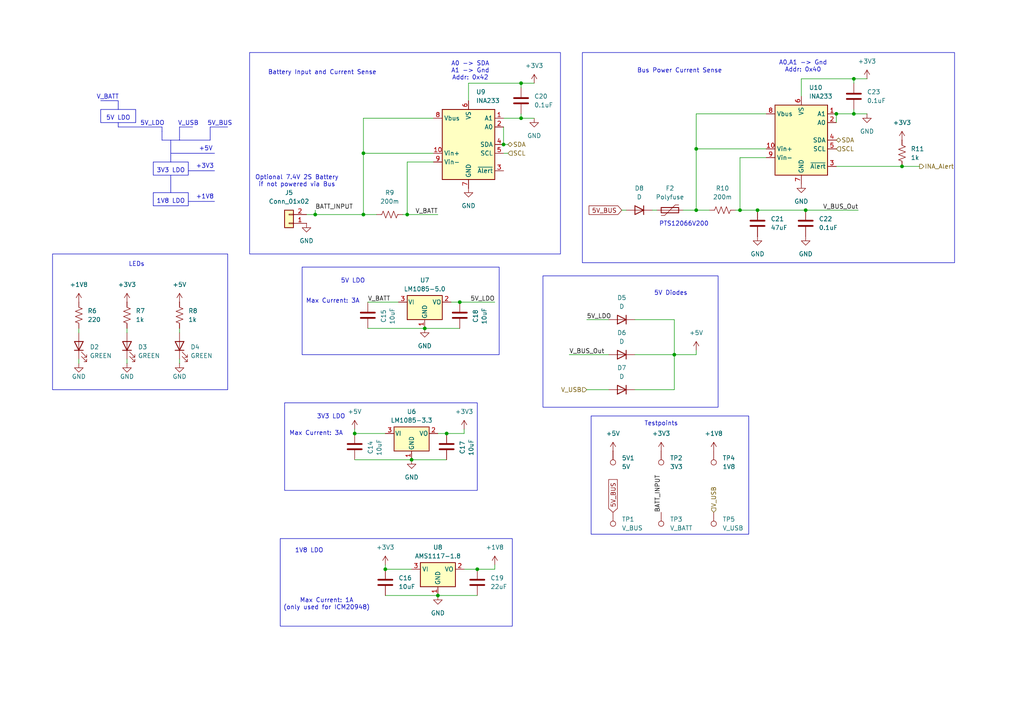
<source format=kicad_sch>
(kicad_sch (version 20250114) (generator "eeschema") (generator_version "9.0")
  (paper "A4")
  (lib_symbols
    (symbol "Connector:TestPoint" (pin_numbers (hide yes)) (pin_names (offset 0.762) (hide yes))
      (property "Reference" "TP" (at 0 6.858 0))
      (property "Value" "TestPoint" (at 0 5.08 0))
      (symbol "TestPoint_0_1"
        (circle (center 0 3.302) (radius 0.762))
      )
      (symbol "TestPoint_1_1"
        (pin passive line (at 0 0 90) (length 2.54) (name "1") (number "1"))
      )
    )
    (symbol "Connector_Generic:Conn_01x02" (pin_names (offset 1.016) (hide yes))
      (property "Reference" "J" (at 0 2.54 0))
      (property "Value" "Conn_01x02" (at 0 -5.08 0))
      (symbol "Conn_01x02_1_1"
        (rectangle (start -1.27 1.27) (end 1.27 -3.81) (stroke (width 0.254)) (fill (type background)))
        (rectangle (start -1.27 0.127) (end 0 -0.127) (stroke (width 0.1524)))
        (rectangle (start -1.27 -2.413) (end 0 -2.667) (stroke (width 0.1524)))
        (pin passive line (at -5.08 0 0) (length 3.81) (name "Pin_1") (number "1"))
        (pin passive line (at -5.08 -2.54 0) (length 3.81) (name "Pin_2") (number "2"))
      )
    )
    (symbol "Device:C" (pin_numbers (hide yes)) (pin_names (offset 0.254))
      (property "Reference" "C" (at 0.635 2.54 0))
      (property "Value" "C" (at 0.635 -2.54 0))
      (symbol "C_0_1"
        (polyline (pts (xy -2.032 0.762) (xy 2.032 0.762)) (stroke (width 0.508)))
        (polyline (pts (xy -2.032 -0.762) (xy 2.032 -0.762)) (stroke (width 0.508)))
      )
      (symbol "C_1_1"
        (pin passive line (at 0 3.81 270) (length 2.794) (name "~") (number "1"))
        (pin passive line (at 0 -3.81 90) (length 2.794) (name "~") (number "2"))
      )
    )
    (symbol "Device:D" (pin_numbers (hide yes)) (pin_names (offset 1.016) (hide yes))
      (property "Reference" "D" (at 0 2.54 0))
      (property "Value" "D" (at 0 -2.54 0))
      (symbol "D_0_1"
        (polyline (pts (xy -1.27 1.27) (xy -1.27 -1.27)) (stroke (width 0.254)))
        (polyline (pts (xy 1.27 1.27) (xy 1.27 -1.27) (xy -1.27 0) (xy 1.27 1.27)) (stroke (width 0.254)))
        (polyline (pts (xy 1.27 0) (xy -1.27 0)))
      )
      (symbol "D_1_1"
        (pin passive line (at -3.81 0 0) (length 2.54) (name "K") (number "1"))
        (pin passive line (at 3.81 0 180) (length 2.54) (name "A") (number "2"))
      )
    )
    (symbol "Device:LED" (pin_numbers (hide yes)) (pin_names (offset 1.016) (hide yes))
      (property "Reference" "D" (at 0 2.54 0))
      (property "Value" "LED" (at 0 -2.54 0))
      (symbol "LED_0_1"
        (polyline (pts (xy -3.048 -0.762) (xy -4.572 -2.286) (xy -3.81 -2.286) (xy -4.572 -2.286) (xy -4.572 -1.524)))
        (polyline (pts (xy -1.778 -0.762) (xy -3.302 -2.286) (xy -2.54 -2.286) (xy -3.302 -2.286) (xy -3.302 -1.524)))
        (polyline (pts (xy -1.27 0) (xy 1.27 0)))
        (polyline (pts (xy -1.27 -1.27) (xy -1.27 1.27)) (stroke (width 0.254)))
        (polyline (pts (xy 1.27 -1.27) (xy 1.27 1.27) (xy -1.27 0) (xy 1.27 -1.27)) (stroke (width 0.254)))
      )
      (symbol "LED_1_1"
        (pin passive line (at -3.81 0 0) (length 2.54) (name "K") (number "1"))
        (pin passive line (at 3.81 0 180) (length 2.54) (name "A") (number "2"))
      )
    )
    (symbol "Device:Polyfuse" (pin_numbers (hide yes)) (pin_names (offset 0))
      (property "Reference" "F" (at -2.54 0 90))
      (property "Value" "Polyfuse" (at 2.54 0 90))
      (symbol "Polyfuse_0_1"
        (polyline (pts (xy -1.524 2.54) (xy -1.524 1.524) (xy 1.524 -1.524) (xy 1.524 -2.54)))
        (rectangle (start -0.762 2.54) (end 0.762 -2.54) (stroke (width 0.254)))
        (polyline (pts (xy 0 2.54) (xy 0 -2.54)))
      )
      (symbol "Polyfuse_1_1"
        (pin passive line (at 0 3.81 270) (length 1.27) (name "~") (number "1"))
        (pin passive line (at 0 -3.81 90) (length 1.27) (name "~") (number "2"))
      )
    )
    (symbol "Device:R_US" (pin_numbers (hide yes)) (pin_names (offset 0))
      (property "Reference" "R" (at 2.54 0 90))
      (property "Value" "R_US" (at -2.54 0 90))
      (symbol "R_US_0_1"
        (polyline (pts (xy 0 2.286) (xy 0 2.54)))
        (polyline (pts (xy 0 2.286) (xy 1.016 1.905) (xy 0 1.524) (xy -1.016 1.143) (xy 0 0.762)))
        (polyline (pts (xy 0 0.762) (xy 1.016 0.381) (xy 0 0) (xy -1.016 -0.381) (xy 0 -0.762)))
        (polyline (pts (xy 0 -0.762) (xy 1.016 -1.143) (xy 0 -1.524) (xy -1.016 -1.905) (xy 0 -2.286)))
        (polyline (pts (xy 0 -2.286) (xy 0 -2.54)))
      )
      (symbol "R_US_1_1"
        (pin passive line (at 0 3.81 270) (length 1.27) (name "~") (number "1"))
        (pin passive line (at 0 -3.81 90) (length 1.27) (name "~") (number "2"))
      )
    )
    (symbol "Regulator_Linear:AMS1117-1.8"
      (property "Reference" "U" (at -3.81 3.175 0))
      (property "Value" "AMS1117-1.8" (at 0 3.175 0))
      (symbol "AMS1117-1.8_0_1"
        (rectangle (start -5.08 -5.08) (end 5.08 1.905) (stroke (width 0.254)) (fill (type background)))
      )
      (symbol "AMS1117-1.8_1_1"
        (pin power_in line (at -7.62 0 0) (length 2.54) (name "VI") (number "3"))
        (pin power_in line (at 0 -7.62 90) (length 2.54) (name "GND") (number "1"))
        (pin power_out line (at 7.62 0 180) (length 2.54) (name "VO") (number "2"))
      )
    )
    (symbol "Regulator_Linear:LM1085-3.3" (pin_names (offset 0.254))
      (property "Reference" "U" (at -3.81 3.175 0))
      (property "Value" "LM1085-3.3" (at 0 3.175 0))
      (symbol "LM1085-3.3_0_1"
        (rectangle (start -5.08 1.905) (end 5.08 -5.08) (stroke (width 0.254)) (fill (type background)))
      )
      (symbol "LM1085-3.3_1_1"
        (pin power_in line (at -7.62 0 0) (length 2.54) (name "VI") (number "3"))
        (pin power_in line (at 0 -7.62 90) (length 2.54) (name "GND") (number "1"))
        (pin power_out line (at 7.62 0 180) (length 2.54) (name "VO") (number "2"))
      )
    )
    (symbol "Regulator_Linear:LM1085-5.0" (pin_names (offset 0.254))
      (property "Reference" "U" (at -3.81 3.175 0))
      (property "Value" "LM1085-5.0" (at 0 3.175 0))
      (symbol "LM1085-5.0_0_1"
        (rectangle (start -5.08 1.905) (end 5.08 -5.08) (stroke (width 0.254)) (fill (type background)))
      )
      (symbol "LM1085-5.0_1_1"
        (pin power_in line (at -7.62 0 0) (length 2.54) (name "VI") (number "3"))
        (pin power_in line (at 0 -7.62 90) (length 2.54) (name "GND") (number "1"))
        (pin power_out line (at 7.62 0 180) (length 2.54) (name "VO") (number "2"))
      )
    )
    (symbol "Sensor_Energy:INA233"
      (property "Reference" "U" (at -6.35 11.43 0))
      (property "Value" "INA233" (at 3.81 11.43 0))
      (symbol "INA233_0_1"
        (rectangle (start 7.62 10.16) (end -7.62 -10.16) (stroke (width 0.254)) (fill (type background)))
      )
      (symbol "INA233_1_1"
        (pin input line (at -10.16 7.62 0) (length 2.54) (name "Vbus") (number "8"))
        (pin input line (at -10.16 -2.54 0) (length 2.54) (name "Vin+") (number "10"))
        (pin input line (at -10.16 -5.08 0) (length 2.54) (name "Vin-") (number "9"))
        (pin power_in line (at 0 12.7 270) (length 2.54) (name "VS") (number "6"))
        (pin power_in line (at 0 -12.7 90) (length 2.54) (name "GND") (number "7"))
        (pin input line (at 10.16 7.62 180) (length 2.54) (name "A1") (number "1"))
        (pin input line (at 10.16 5.08 180) (length 2.54) (name "A0") (number "2"))
        (pin bidirectional line (at 10.16 0 180) (length 2.54) (name "SDA") (number "4"))
        (pin input line (at 10.16 -2.54 180) (length 2.54) (name "SCL") (number "5"))
        (pin open_collector line (at 10.16 -7.62 180) (length 2.54) (name "~{Alert}") (number "3"))
      )
    )
    (symbol "power:+1V8" (power) (pin_numbers (hide yes)) (pin_names (offset 0) (hide yes))
      (property "Value" "+1V8" (at 0 3.556 0))
      (symbol "+1V8_0_1"
        (polyline (pts (xy -0.762 1.27) (xy 0 2.54)))
        (polyline (pts (xy 0 2.54) (xy 0.762 1.27)))
        (polyline (pts (xy 0 0) (xy 0 2.54)))
      )
      (symbol "+1V8_1_1"
        (pin power_in line (at 0 0 90) (length 0) (name "~") (number "1"))
      )
    )
    (symbol "power:+3.3V" (power) (pin_numbers (hide yes)) (pin_names (offset 0) (hide yes))
      (property "Value" "+3.3V" (at 0 3.556 0))
      (symbol "+3.3V_0_1"
        (polyline (pts (xy -0.762 1.27) (xy 0 2.54)))
        (polyline (pts (xy 0 2.54) (xy 0.762 1.27)))
        (polyline (pts (xy 0 0) (xy 0 2.54)))
      )
      (symbol "+3.3V_1_1"
        (pin power_in line (at 0 0 90) (length 0) (name "~") (number "1"))
      )
    )
    (symbol "power:+3V3" (power) (pin_numbers (hide yes)) (pin_names (offset 0) (hide yes))
      (property "Value" "+3V3" (at 0 3.556 0))
      (symbol "+3V3_0_1"
        (polyline (pts (xy -0.762 1.27) (xy 0 2.54)))
        (polyline (pts (xy 0 2.54) (xy 0.762 1.27)))
        (polyline (pts (xy 0 0) (xy 0 2.54)))
      )
      (symbol "+3V3_1_1"
        (pin power_in line (at 0 0 90) (length 0) (name "~") (number "1"))
      )
    )
    (symbol "power:+5V" (power) (pin_numbers (hide yes)) (pin_names (offset 0) (hide yes))
      (property "Value" "+5V" (at 0 3.556 0))
      (symbol "+5V_0_1"
        (polyline (pts (xy -0.762 1.27) (xy 0 2.54)))
        (polyline (pts (xy 0 2.54) (xy 0.762 1.27)))
        (polyline (pts (xy 0 0) (xy 0 2.54)))
      )
      (symbol "+5V_1_1"
        (pin power_in line (at 0 0 90) (length 0) (name "~") (number "1"))
      )
    )
    (symbol "power:GND" (power) (pin_numbers (hide yes)) (pin_names (offset 0) (hide yes))
      (property "Value" "GND" (at 0 -3.81 0))
      (symbol "GND_0_1"
        (polyline (pts (xy 0 0) (xy 0 -1.27) (xy 1.27 -1.27) (xy 0 -2.54) (xy -1.27 -1.27) (xy 0 -1.27)))
      )
      (symbol "GND_1_1"
        (pin power_in line (at 0 0 270) (length 0) (name "~") (number "1"))
      )
    )
    (symbol "power:VBUS" (power) (pin_numbers (hide yes)) (pin_names (offset 0) (hide yes))
      (property "Value" "VBUS" (at 0 3.556 0))
      (symbol "VBUS_0_1"
        (polyline (pts (xy -0.762 1.27) (xy 0 2.54)))
        (polyline (pts (xy 0 2.54) (xy 0.762 1.27)))
        (polyline (pts (xy 0 0) (xy 0 2.54)))
      )
      (symbol "VBUS_1_1"
        (pin power_in line (at 0 0 90) (length 0) (name "~") (number "1"))
      )
    )
  )
  (rectangle (start 44.45 55.88) (end 54.61 59.69))
  (rectangle (start 44.45 46.99) (end 54.61 50.8))
  (rectangle (start 82.55 116.84) (end 138.43 142.24))
  (rectangle (start 81.28 156.21) (end 148.59 181.61))
  (rectangle (start 29.21 31.75) (end 39.37 35.56))
  (rectangle (start 72.39 15.24) (end 162.56 73.66))
  (rectangle (start 157.48 80.01) (end 208.28 118.11))
  (rectangle (start 168.91 15.24) (end 276.86 76.2))
  (rectangle (start 171.45 120.65) (end 217.17 154.94))
  (rectangle (start 87.63 77.47) (end 144.78 102.87))
  (rectangle (start 15.24 73.66) (end 66.04 113.03))
  (text "Battery Input and Current Sense" (at 93.472 21.082 0) (effects (font (size 1.27 1.27))))
  (text "Testpoints" (at 191.77 122.936 0) (effects (font (size 1.27 1.27))))
  (text "PTS12066V200" (at 198.374 65.024 0) (effects (font (size 1.27 1.27))))
  (text "5V LDO" (at 34.29 34.29 0) (effects (font (size 1.27 1.27))))
  (text "Max Current: 3A" (at 96.52 87.376 0) (effects (font (size 1.27 1.27))))
  (text "5V LDO" (at 102.362 81.534 0) (effects (font (size 1.27 1.27))))
  (text "LEDs" (at 39.624 76.708 0) (effects (font (size 1.27 1.27))))
  (text "3V3 LDO" (at 49.53 49.53 0) (effects (font (size 1.27 1.27))))
  (text "+3V3" (at 59.436 48.26 0) (effects (font (size 1.27 1.27))))
  (text "Max Current: 3A" (at 91.694 125.73 0) (effects (font (size 1.27 1.27))))
  (text "Max Current: 1A\n(only used for ICM20948)" (at 94.742 175.26 0) (effects (font (size 1.27 1.27))))
  (text "5V_LDO" (at 44.196 35.814 0) (effects (font (size 1.27 1.27))))
  (text "1V8 LDO" (at 49.53 58.42 0) (effects (font (size 1.27 1.27))))
  (text "Bus Power Current Sense" (at 197.104 20.574 0) (effects (font (size 1.27 1.27))))
  (text "A0 -> SDA\nA1 -> Gnd\nAddr: 0x42" (at 136.398 20.574 0) (effects (font (size 1.27 1.27))))
  (text "+1V8" (at 59.436 57.15 0) (effects (font (size 1.27 1.27))))
  (text "+5V" (at 59.69 43.18 0) (effects (font (size 1.27 1.27))))
  (text "5V_BUS" (at 63.754 35.814 0) (effects (font (size 1.27 1.27))))
  (text "V_USB" (at 54.61 35.814 0) (effects (font (size 1.27 1.27))))
  (text "Optional 7.4V 2S Battery\nif not powered via Bus" (at 86.106 52.578 0) (effects (font (size 1.27 1.27))))
  (text "V_BATT" (at 31.242 28.194 0) (effects (font (size 1.27 1.27))))
  (text "5V Diodes" (at 194.564 85.09 0) (effects (font (size 1.27 1.27))))
  (text "3V3 LDO" (at 96.012 120.904 0) (effects (font (size 1.27 1.27))))
  (text "1V8 LDO" (at 89.662 159.766 0) (effects (font (size 1.27 1.27))))
  (text "A0,A1 -> Gnd\nAddr: 0x40" (at 232.918 19.304 0) (effects (font (size 1.27 1.27))))
  (junction (at 233.68 60.96))
  (junction (at 111.76 165.1))
  (junction (at 219.71 60.96))
  (junction (at 242.57 33.02))
  (junction (at 247.65 33.02))
  (junction (at 247.65 22.86))
  (junction (at 201.93 60.96))
  (junction (at 138.43 165.1))
  (junction (at 127 172.72))
  (junction (at 105.41 62.23))
  (junction (at 118.11 62.23))
  (junction (at 133.35 87.63))
  (junction (at 123.19 95.25))
  (junction (at 102.87 125.73))
  (junction (at 105.41 44.45))
  (junction (at 151.13 24.13))
  (junction (at 151.13 34.29))
  (junction (at 195.58 102.87))
  (junction (at 119.38 133.35))
  (junction (at 261.62 48.26))
  (junction (at 214.63 60.96))
  (junction (at 129.54 125.73))
  (junction (at 91.44 62.23))
  (junction (at 146.05 41.91))
  (junction (at 201.93 43.18))
  (wire (pts (xy 232.41 22.86) (xy 247.65 22.86)))
  (wire (pts (xy 184.15 113.03) (xy 195.58 113.03)))
  (wire (pts (xy 118.11 62.23) (xy 127 62.23)))
  (wire (pts (xy 127 125.73) (xy 129.54 125.73)))
  (wire (pts (xy 242.57 33.02) (xy 242.57 35.56)))
  (wire (pts (xy 143.51 163.83) (xy 143.51 165.1)))
  (polyline (pts (xy 49.53 50.8) (xy 49.53 55.88)))
  (polyline (pts (xy 34.29 36.83) (xy 46.99 36.83)))
  (wire (pts (xy 242.57 33.02) (xy 247.65 33.02)))
  (wire (pts (xy 170.18 113.03) (xy 176.53 113.03)))
  (wire (pts (xy 127 172.72) (xy 138.43 172.72)))
  (wire (pts (xy 105.41 62.23) (xy 109.22 62.23)))
  (wire (pts (xy 22.86 95.25) (xy 22.86 96.52)))
  (wire (pts (xy 214.63 60.96) (xy 219.71 60.96)))
  (wire (pts (xy 116.84 62.23) (xy 118.11 62.23)))
  (wire (pts (xy 198.12 60.96) (xy 201.93 60.96)))
  (wire (pts (xy 180.34 60.96) (xy 181.61 60.96)))
  (wire (pts (xy 214.63 60.96) (xy 214.63 45.72)))
  (wire (pts (xy 247.65 22.86) (xy 251.46 22.86)))
  (wire (pts (xy 105.41 44.45) (xy 105.41 34.29)))
  (wire (pts (xy 118.11 62.23) (xy 118.11 46.99)))
  (wire (pts (xy 247.65 22.86) (xy 247.65 24.13)))
  (wire (pts (xy 134.62 165.1) (xy 138.43 165.1)))
  (wire (pts (xy 195.58 92.71) (xy 184.15 92.71)))
  (wire (pts (xy 88.9 62.23) (xy 91.44 62.23)))
  (wire (pts (xy 105.41 44.45) (xy 125.73 44.45)))
  (wire (pts (xy 189.23 60.96) (xy 190.5 60.96)))
  (wire (pts (xy 213.36 60.96) (xy 214.63 60.96)))
  (wire (pts (xy 201.93 43.18) (xy 222.25 43.18)))
  (wire (pts (xy 151.13 33.02) (xy 151.13 34.29)))
  (wire (pts (xy 133.35 87.63) (xy 143.51 87.63)))
  (polyline (pts (xy 54.61 58.42) (xy 62.23 58.42)))
  (wire (pts (xy 214.63 45.72) (xy 222.25 45.72)))
  (wire (pts (xy 151.13 24.13) (xy 151.13 25.4)))
  (wire (pts (xy 106.68 87.63) (xy 115.57 87.63)))
  (polyline (pts (xy 54.61 49.53) (xy 62.23 49.53)))
  (wire (pts (xy 135.89 24.13) (xy 151.13 24.13)))
  (wire (pts (xy 134.62 125.73) (xy 129.54 125.73)))
  (wire (pts (xy 247.65 31.75) (xy 247.65 33.02)))
  (polyline (pts (xy 34.29 35.56) (xy 34.29 36.83)))
  (wire (pts (xy 130.81 87.63) (xy 133.35 87.63)))
  (wire (pts (xy 201.93 60.96) (xy 205.74 60.96)))
  (wire (pts (xy 119.38 133.35) (xy 129.54 133.35)))
  (wire (pts (xy 266.7 48.26) (xy 261.62 48.26)))
  (wire (pts (xy 138.43 165.1) (xy 143.51 165.1)))
  (wire (pts (xy 111.76 172.72) (xy 127 172.72)))
  (wire (pts (xy 195.58 102.87) (xy 201.93 102.87)))
  (wire (pts (xy 134.62 124.46) (xy 134.62 125.73)))
  (polyline (pts (xy 49.53 44.45) (xy 62.23 44.45)))
  (wire (pts (xy 111.76 165.1) (xy 119.38 165.1)))
  (wire (pts (xy 91.44 62.23) (xy 105.41 62.23)))
  (polyline (pts (xy 34.29 31.75) (xy 34.29 29.21)))
  (wire (pts (xy 36.83 104.14) (xy 36.83 105.41)))
  (wire (pts (xy 170.18 92.71) (xy 176.53 92.71)))
  (wire (pts (xy 147.32 44.45) (xy 146.05 44.45)))
  (wire (pts (xy 105.41 44.45) (xy 105.41 62.23)))
  (wire (pts (xy 111.76 163.83) (xy 111.76 165.1)))
  (wire (pts (xy 102.87 124.46) (xy 102.87 125.73)))
  (wire (pts (xy 184.15 102.87) (xy 195.58 102.87)))
  (wire (pts (xy 261.62 48.26) (xy 242.57 48.26)))
  (wire (pts (xy 201.93 43.18) (xy 201.93 60.96)))
  (wire (pts (xy 146.05 34.29) (xy 151.13 34.29)))
  (wire (pts (xy 118.11 46.99) (xy 125.73 46.99)))
  (polyline (pts (xy 46.99 36.83) (xy 46.99 38.1)))
  (wire (pts (xy 102.87 125.73) (xy 111.76 125.73)))
  (wire (pts (xy 219.71 60.96) (xy 233.68 60.96)))
  (polyline (pts (xy 60.96 40.64) (xy 60.96 36.83)))
  (wire (pts (xy 247.65 33.02) (xy 251.46 33.02)))
  (polyline (pts (xy 52.07 36.83) (xy 52.07 40.64)))
  (wire (pts (xy 165.1 102.87) (xy 176.53 102.87)))
  (wire (pts (xy 201.93 33.02) (xy 222.25 33.02)))
  (wire (pts (xy 106.68 95.25) (xy 123.19 95.25)))
  (wire (pts (xy 151.13 34.29) (xy 154.94 34.29)))
  (wire (pts (xy 201.93 43.18) (xy 201.93 33.02)))
  (wire (pts (xy 146.05 36.83) (xy 146.05 41.91)))
  (wire (pts (xy 151.13 24.13) (xy 154.94 24.13)))
  (wire (pts (xy 135.89 29.21) (xy 135.89 24.13)))
  (wire (pts (xy 195.58 113.03) (xy 195.58 102.87)))
  (wire (pts (xy 233.68 60.96) (xy 248.92 60.96)))
  (wire (pts (xy 36.83 95.25) (xy 36.83 96.52)))
  (wire (pts (xy 201.93 101.6) (xy 201.93 102.87)))
  (polyline (pts (xy 55.88 36.83) (xy 52.07 36.83)))
  (wire (pts (xy 232.41 27.94) (xy 232.41 22.86)))
  (polyline (pts (xy 60.96 36.83) (xy 66.04 36.83)))
  (wire (pts (xy 91.44 60.96) (xy 91.44 62.23)))
  (wire (pts (xy 102.87 133.35) (xy 119.38 133.35)))
  (wire (pts (xy 22.86 104.14) (xy 22.86 105.41)))
  (polyline (pts (xy 52.07 40.64) (xy 60.96 40.64)))
  (polyline (pts (xy 29.21 29.21) (xy 34.29 29.21)))
  (polyline (pts (xy 46.99 40.64) (xy 52.07 40.64)))
  (wire (pts (xy 52.07 95.25) (xy 52.07 96.52)))
  (wire (pts (xy 195.58 102.87) (xy 195.58 92.71)))
  (wire (pts (xy 147.32 41.91) (xy 146.05 41.91)))
  (wire (pts (xy 52.07 104.14) (xy 52.07 105.41)))
  (wire (pts (xy 105.41 34.29) (xy 125.73 34.29)))
  (polyline (pts (xy 46.99 38.1) (xy 46.99 40.64)))
  (wire (pts (xy 123.19 95.25) (xy 133.35 95.25)))
  (polyline (pts (xy 49.53 40.64) (xy 49.53 46.99)))
  (label "5V_LDO" (at 170.18 92.71 0))
  (label "V_BATT" (at 106.68 87.63 0))
  (label "V_BUS_Out" (at 248.92 60.96 180))
  (label "BATT_INPUT" (at 91.44 60.96 0))
  (label "V_BUS_Out" (at 165.1 102.87 0))
  (label "V_BATT" (at 127 62.23 180))
  (label "5V_LDO" (at 143.51 87.63 180))
  (label "BATT_INPUT" (at 191.77 148.59 90))
  (global_label "5V_BUS" (shape input) (at 180.34 60.96 180) (property "Intersheetrefs" "${INTERSHEET_REFS}" (effects (hide yes))))
  (global_label "5V_BUS" (shape input) (at 177.8 148.59 90) (property "Intersheetrefs" "${INTERSHEET_REFS}" (effects (hide yes))))
  (hierarchical_label "V_USB" (shape input) (at 207.01 148.59 90))
  (hierarchical_label "V_USB" (shape input) (at 170.18 113.03 180))
  (hierarchical_label "SDA" (shape bidirectional) (at 242.57 40.64 0))
  (hierarchical_label "SCL" (shape input) (at 242.57 43.18 0))
  (hierarchical_label "INA_Alert" (shape output) (at 266.7 48.26 0))
  (hierarchical_label "SDA" (shape bidirectional) (at 147.32 41.91 0))
  (hierarchical_label "SCL" (shape input) (at 147.32 44.45 0))
  (symbol (lib_id "Device:C") (at 133.35 91.44 180) (unit 1)
    (property "Reference" "C18" (at 137.922 91.694 90))
    (property "Value" "10uF" (at 140.462 91.694 90))
    (property "Footprint" "Capacitor_SMD:C_0603_1608Metric" (effects (hide yes)))
    (property "Description" "Unpolarized capacitor" (effects (hide yes)))
  )
  (symbol (lib_id "power:+3V3") (at 111.76 163.83 0) (unit 1)
    (property "Reference" "#PWR043" (effects (hide yes)))
    (property "Value" "+3V3" (at 111.76 158.75 0))
    (property "Description" "Power symbol creates a global label with name \"+3V3\"" (effects (hide yes)))
  )
  (symbol (lib_id "power:VBUS") (at 201.93 101.6 0) (unit 1)
    (property "Reference" "#PWR054" (effects (hide yes)))
    (property "Value" "+5V" (at 201.93 96.52 0))
    (property "Description" "Power symbol creates a global label with name \"VBUS\"" (effects (hide yes)))
  )
  (symbol (lib_id "power:+3.3V") (at 52.07 87.63 0) (unit 1)
    (property "Reference" "#PWR039" (effects (hide yes)))
    (property "Value" "+5V" (at 52.07 82.55 0))
    (property "Description" "Power symbol creates a global label with name \"+3.3V\"" (effects (hide yes)))
  )
  (symbol (lib_id "Device:R_US") (at 52.07 91.44 180) (unit 1)
    (property "Reference" "R8" (at 54.61 90.1699 0) (effects (justify right)))
    (property "Value" "1k" (at 54.61 92.7099 0) (effects (justify right)))
    (property "Footprint" "Resistor_SMD:R_0603_1608Metric" (effects (hide yes)))
    (property "Description" "Resistor, US symbol" (effects (hide yes)))
  )
  (symbol (lib_id "power:+3V3") (at 251.46 22.86 0) (unit 1)
    (property "Reference" "#PWR059" (effects (hide yes)))
    (property "Value" "+3V3" (at 251.46 17.78 0))
    (property "Description" "Power symbol creates a global label with name \"+3V3\"" (effects (hide yes)))
  )
  (symbol (lib_id "power:GND") (at 251.46 33.02 0) (unit 1)
    (property "Reference" "#PWR060" (effects (hide yes)))
    (property "Value" "GND" (at 251.46 38.1 0))
    (property "Description" "Power symbol creates a global label with name \"GND\" , ground" (effects (hide yes)))
  )
  (symbol (lib_id "power:+3.3V") (at 22.86 87.63 0) (unit 1)
    (property "Reference" "#PWR035" (effects (hide yes)))
    (property "Value" "+1V8" (at 22.86 82.55 0))
    (property "Description" "Power symbol creates a global label with name \"+3.3V\"" (effects (hide yes)))
  )
  (symbol (lib_id "power:+3V3") (at 191.77 130.81 0) (unit 1)
    (property "Reference" "#PWR053" (effects (hide yes)))
    (property "Value" "+3V3" (at 191.77 125.73 0))
    (property "Description" "Power symbol creates a global label with name \"+3V3\"" (effects (hide yes)))
  )
  (symbol (lib_id "Device:R_US") (at 209.55 60.96 90) (unit 1)
    (property "Reference" "R10" (at 209.55 54.61 90))
    (property "Value" "200m" (at 209.55 57.15 90))
    (property "Footprint" "Resistor_SMD:R_0603_1608Metric" (effects (hide yes)))
    (property "Description" "Resistor, US symbol" (effects (hide yes)))
  )
  (symbol (lib_id "Device:LED") (at 36.83 100.33 90) (unit 1)
    (property "Reference" "D3" (at 40.005 100.6475 90) (effects (justify right)))
    (property "Value" "GREEN" (at 40.005 103.1875 90) (effects (justify right)))
    (property "Footprint" "LED_SMD:LED_0603_1608Metric_Pad1.05x0.95mm_HandSolder" (effects (hide yes)))
  )
  (symbol (lib_id "Connector:TestPoint") (at 191.77 148.59 180) (unit 1)
    (property "Reference" "TP3" (at 194.31 150.6219 0) (effects (justify right)))
    (property "Value" "V_BATT" (at 194.31 153.1619 0) (effects (justify right)))
    (property "Footprint" "Connector_PinHeader_2.54mm:PinHeader_1x01_P2.54mm_Vertical" (effects (hide yes)))
    (property "Description" "test point" (effects (hide yes)))
  )
  (symbol (lib_id "Connector:TestPoint") (at 177.8 148.59 180) (unit 1)
    (property "Reference" "TP1" (at 180.34 150.6219 0) (effects (justify right)))
    (property "Value" "V_BUS" (at 180.34 153.1619 0) (effects (justify right)))
    (property "Footprint" "Connector_PinHeader_2.54mm:PinHeader_1x01_P2.54mm_Vertical" (effects (hide yes)))
    (property "Description" "test point" (effects (hide yes)))
  )
  (symbol (lib_id "Device:C") (at 219.71 64.77 0) (unit 1)
    (property "Reference" "C21" (at 223.52 63.4999 0) (effects (justify left)))
    (property "Value" "47uF" (at 223.52 66.0399 0) (effects (justify left)))
    (property "Footprint" "Capacitor_SMD:C_0603_1608Metric" (effects (hide yes)))
    (property "Description" "Unpolarized capacitor" (effects (hide yes)))
  )
  (symbol (lib_id "Connector:TestPoint") (at 207.01 130.81 180) (unit 1)
    (property "Reference" "TP4" (at 209.55 132.8419 0) (effects (justify right)))
    (property "Value" "1V8" (at 209.55 135.3819 0) (effects (justify right)))
    (property "Footprint" "Connector_PinHeader_2.54mm:PinHeader_1x01_P2.54mm_Vertical" (effects (hide yes)))
    (property "Description" "test point" (effects (hide yes)))
  )
  (symbol (lib_id "Regulator_Linear:LM1085-3.3") (at 119.38 125.73 0) (unit 1)
    (property "Reference" "U6" (at 119.38 119.38 0))
    (property "Value" "LM1085-3.3" (at 119.38 121.92 0))
    (property "Footprint" "Package_TO_SOT_SMD:TO-263-3_TabPin2" (effects (hide yes)))
    (property "Datasheet" "http://www.ti.com/lit/ds/symlink/lm1085.pdf" (effects (hide yes)))
    (property "Description" "3A 27V Linear Regulator, Fixed Output 3.3V, TO-220/TO-263" (effects (hide yes)))
  )
  (symbol (lib_id "Device:C") (at 247.65 27.94 0) (unit 1)
    (property "Reference" "C23" (at 251.46 26.6699 0) (effects (justify left)))
    (property "Value" "0.1uF" (at 251.46 29.2099 0) (effects (justify left)))
    (property "Footprint" "Capacitor_SMD:C_0603_1608Metric" (effects (hide yes)))
    (property "Description" "Unpolarized capacitor" (effects (hide yes)))
  )
  (symbol (lib_id "Device:LED") (at 52.07 100.33 90) (unit 1)
    (property "Reference" "D4" (at 55.245 100.6475 90) (effects (justify right)))
    (property "Value" "GREEN" (at 55.245 103.1875 90) (effects (justify right)))
    (property "Footprint" "LED_SMD:LED_0603_1608Metric_Pad1.05x0.95mm_HandSolder" (effects (hide yes)))
  )
  (symbol (lib_id "Device:D") (at 180.34 102.87 180) (unit 1)
    (property "Reference" "D6" (at 180.34 96.52 0))
    (property "Value" "D" (at 180.34 99.06 0))
    (property "Footprint" "Diode_SMD:D_0603_1608Metric" (effects (hide yes)))
    (property "Description" "Diode" (effects (hide yes)))
    (property "Sim.Device" "D" (effects (hide yes)))
    (property "Sim.Pins" "1=K 2=A" (effects (hide yes)))
  )
  (symbol (lib_id "power:+1V8") (at 207.01 130.81 0) (unit 1)
    (property "Reference" "#PWR055" (effects (hide yes)))
    (property "Value" "+1V8" (at 207.01 125.73 0))
    (property "Description" "Power symbol creates a global label with name \"+1V8\"" (effects (hide yes)))
  )
  (symbol (lib_id "Device:C") (at 151.13 29.21 0) (unit 1)
    (property "Reference" "C20" (at 154.94 27.9399 0) (effects (justify left)))
    (property "Value" "0.1uF" (at 154.94 30.4799 0) (effects (justify left)))
    (property "Footprint" "Capacitor_SMD:C_0603_1608Metric" (effects (hide yes)))
    (property "Description" "Unpolarized capacitor" (effects (hide yes)))
  )
  (symbol (lib_id "Device:D") (at 185.42 60.96 0) (mirror y) (unit 1)
    (property "Reference" "D8" (at 185.42 54.61 0))
    (property "Value" "D" (at 185.42 57.15 0))
    (property "Footprint" "Diode_SMD:D_0603_1608Metric" (effects (hide yes)))
    (property "Description" "Diode" (effects (hide yes)))
    (property "Sim.Device" "D" (effects (hide yes)))
    (property "Sim.Pins" "1=K 2=A" (effects (hide yes)))
  )
  (symbol (lib_id "Device:R_US") (at 36.83 91.44 180) (unit 1)
    (property "Reference" "R7" (at 39.37 90.1699 0) (effects (justify right)))
    (property "Value" "1k" (at 39.37 92.7099 0) (effects (justify right)))
    (property "Footprint" "Resistor_SMD:R_0603_1608Metric" (effects (hide yes)))
    (property "Description" "Resistor, US symbol" (effects (hide yes)))
  )
  (symbol (lib_id "Device:C") (at 106.68 91.44 180) (unit 1)
    (property "Reference" "C15" (at 111.252 91.694 90))
    (property "Value" "10uF" (at 113.792 91.694 90))
    (property "Footprint" "Capacitor_SMD:C_0603_1608Metric" (effects (hide yes)))
    (property "Description" "Unpolarized capacitor" (effects (hide yes)))
  )
  (symbol (lib_id "Device:R_US") (at 261.62 44.45 180) (unit 1)
    (property "Reference" "R11" (at 264.16 43.1799 0) (effects (justify right)))
    (property "Value" "1k" (at 264.16 45.7199 0) (effects (justify right)))
    (property "Footprint" "Resistor_SMD:R_0603_1608Metric" (effects (hide yes)))
    (property "Description" "Resistor, US symbol" (effects (hide yes)))
  )
  (symbol (lib_id "power:+1V8") (at 143.51 163.83 0) (unit 1)
    (property "Reference" "#PWR049" (effects (hide yes)))
    (property "Value" "+1V8" (at 143.51 158.75 0))
    (property "Description" "Power symbol creates a global label with name \"+1V8\"" (effects (hide yes)))
  )
  (symbol (lib_id "Device:C") (at 102.87 129.54 180) (unit 1)
    (property "Reference" "C14" (at 107.442 129.794 90))
    (property "Value" "10uF" (at 109.982 129.794 90))
    (property "Footprint" "Capacitor_SMD:C_0603_1608Metric" (effects (hide yes)))
    (property "Description" "Unpolarized capacitor" (effects (hide yes)))
  )
  (symbol (lib_id "Device:C") (at 111.76 168.91 0) (unit 1)
    (property "Reference" "C16" (at 115.57 167.6399 0) (effects (justify left)))
    (property "Value" "10uF" (at 115.57 170.1799 0) (effects (justify left)))
    (property "Footprint" "Capacitor_SMD:C_0603_1608Metric" (effects (hide yes)))
    (property "Description" "Unpolarized capacitor" (effects (hide yes)))
  )
  (symbol (lib_id "power:GND") (at 154.94 34.29 0) (unit 1)
    (property "Reference" "#PWR051" (effects (hide yes)))
    (property "Value" "GND" (at 154.94 39.37 0))
    (property "Description" "Power symbol creates a global label with name \"GND\" , ground" (effects (hide yes)))
  )
  (symbol (lib_id "power:GND") (at 119.38 133.35 0) (unit 1)
    (property "Reference" "#PWR044" (effects (hide yes)))
    (property "Value" "GND" (at 119.38 138.43 0))
    (property "Description" "Power symbol creates a global label with name \"GND\" , ground" (effects (hide yes)))
  )
  (symbol (lib_id "power:GND") (at 52.07 105.41 0) (unit 1)
    (property "Reference" "#PWR040" (effects (hide yes)))
    (property "Value" "GND" (at 52.07 109.22 0))
  )
  (symbol (lib_id "Device:D") (at 180.34 113.03 180) (unit 1)
    (property "Reference" "D7" (at 180.34 106.68 0))
    (property "Value" "D" (at 180.34 109.22 0))
    (property "Footprint" "Diode_SMD:D_0603_1608Metric" (effects (hide yes)))
    (property "Description" "Diode" (effects (hide yes)))
    (property "Sim.Device" "D" (effects (hide yes)))
    (property "Sim.Pins" "1=K 2=A" (effects (hide yes)))
  )
  (symbol (lib_id "power:GND") (at 135.89 54.61 0) (unit 1)
    (property "Reference" "#PWR048" (effects (hide yes)))
    (property "Value" "GND" (at 135.89 59.69 0))
    (property "Description" "Power symbol creates a global label with name \"GND\" , ground" (effects (hide yes)))
  )
  (symbol (lib_id "power:GND") (at 88.9 64.77 0) (unit 1)
    (property "Reference" "#PWR041" (effects (hide yes)))
    (property "Value" "GND" (at 88.9 69.85 0))
    (property "Description" "Power symbol creates a global label with name \"GND\" , ground" (effects (hide yes)))
  )
  (symbol (lib_id "Device:R_US") (at 113.03 62.23 90) (unit 1)
    (property "Reference" "R9" (at 113.03 55.88 90))
    (property "Value" "200m" (at 113.03 58.42 90))
    (property "Footprint" "Resistor_SMD:R_0603_1608Metric" (effects (hide yes)))
    (property "Description" "Resistor, US symbol" (effects (hide yes)))
  )
  (symbol (lib_id "power:GND") (at 219.71 68.58 0) (unit 1)
    (property "Reference" "#PWR056" (effects (hide yes)))
    (property "Value" "GND" (at 219.71 73.66 0))
    (property "Description" "Power symbol creates a global label with name \"GND\" , ground" (effects (hide yes)))
  )
  (symbol (lib_id "power:GND") (at 36.83 105.41 0) (unit 1)
    (property "Reference" "#PWR038" (effects (hide yes)))
    (property "Value" "GND" (at 36.83 109.22 0))
  )
  (symbol (lib_id "Sensor_Energy:INA233") (at 135.89 41.91 0) (unit 1)
    (property "Reference" "U9" (at 138.0841 26.67 0) (effects (justify left)))
    (property "Value" "INA233" (at 138.0841 29.21 0) (effects (justify left)))
    (property "Footprint" "Package_SO:VSSOP-10_3x3mm_P0.5mm" (effects (hide yes)))
    (property "Datasheet" "https://www.ti.com/lit/ds/symlink/ina233.pdf" (effects (hide yes)))
    (property "Description" "High-Side or Low-Side Measurement, Bi-Directional Current and Power Monitor (0-36V) with I2C, SMBus-, and PMBus-Compatible Interface, VSSOP-10" (effects (hide yes)))
  )
  (symbol (lib_id "Connector:TestPoint") (at 191.77 130.81 180) (unit 1)
    (property "Reference" "TP2" (at 194.31 132.8419 0) (effects (justify right)))
    (property "Value" "3V3" (at 194.31 135.3819 0) (effects (justify right)))
    (property "Footprint" "Connector_PinHeader_2.54mm:PinHeader_1x01_P2.54mm_Vertical" (effects (hide yes)))
    (property "Description" "test point" (effects (hide yes)))
  )
  (symbol (lib_id "power:GND") (at 127 172.72 0) (unit 1)
    (property "Reference" "#PWR046" (effects (hide yes)))
    (property "Value" "GND" (at 127 177.8 0))
    (property "Description" "Power symbol creates a global label with name \"GND\" , ground" (effects (hide yes)))
  )
  (symbol (lib_id "Regulator_Linear:AMS1117-1.8") (at 127 165.1 0) (unit 1)
    (property "Reference" "U8" (at 127 158.75 0))
    (property "Value" "AMS1117-1.8" (at 127 161.29 0))
    (property "Footprint" "Package_TO_SOT_SMD:SOT-223-3_TabPin2" (effects (hide yes)))
    (property "Datasheet" "http://www.advanced-monolithic.com/pdf/ds1117.pdf" (effects (hide yes)))
    (property "Description" "1A Low Dropout regulator, positive, 1.8V fixed output, SOT-223" (effects (hide yes)))
  )
  (symbol (lib_id "power:GND") (at 123.19 95.25 0) (unit 1)
    (property "Reference" "#PWR045" (effects (hide yes)))
    (property "Value" "GND" (at 123.19 100.33 0))
    (property "Description" "Power symbol creates a global label with name \"GND\" , ground" (effects (hide yes)))
  )
  (symbol (lib_id "Device:C") (at 233.68 64.77 0) (unit 1)
    (property "Reference" "C22" (at 237.49 63.4999 0) (effects (justify left)))
    (property "Value" "0.1uF" (at 237.49 66.0399 0) (effects (justify left)))
    (property "Footprint" "Capacitor_SMD:C_0603_1608Metric" (effects (hide yes)))
    (property "Description" "Unpolarized capacitor" (effects (hide yes)))
  )
  (symbol (lib_id "power:+3V3") (at 134.62 124.46 0) (unit 1)
    (property "Reference" "#PWR047" (effects (hide yes)))
    (property "Value" "+3V3" (at 134.62 119.38 0))
    (property "Description" "Power symbol creates a global label with name \"+3V3\"" (effects (hide yes)))
  )
  (symbol (lib_id "power:GND") (at 22.86 105.41 0) (unit 1)
    (property "Reference" "#PWR036" (effects (hide yes)))
    (property "Value" "GND" (at 22.86 109.22 0))
  )
  (symbol (lib_id "power:+5V") (at 102.87 124.46 0) (unit 1)
    (property "Reference" "#PWR042" (effects (hide yes)))
    (property "Value" "+5V" (at 102.87 119.38 0))
    (property "Description" "Power symbol creates a global label with name \"+5V\"" (effects (hide yes)))
  )
  (symbol (lib_id "Device:C") (at 138.43 168.91 0) (unit 1)
    (property "Reference" "C19" (at 142.24 167.6399 0) (effects (justify left)))
    (property "Value" "22uF" (at 142.24 170.1799 0) (effects (justify left)))
    (property "Footprint" "Capacitor_SMD:C_0603_1608Metric" (effects (hide yes)))
    (property "Description" "Unpolarized capacitor" (effects (hide yes)))
  )
  (symbol (lib_id "Sensor_Energy:INA233") (at 232.41 40.64 0) (unit 1)
    (property "Reference" "U10" (at 234.6041 25.4 0) (effects (justify left)))
    (property "Value" "INA233" (at 234.6041 27.94 0) (effects (justify left)))
    (property "Footprint" "Package_SO:VSSOP-10_3x3mm_P0.5mm" (effects (hide yes)))
    (property "Datasheet" "https://www.ti.com/lit/ds/symlink/ina233.pdf" (effects (hide yes)))
    (property "Description" "High-Side or Low-Side Measurement, Bi-Directional Current and Power Monitor (0-36V) with I2C, SMBus-, and PMBus-Compatible Interface, VSSOP-10" (effects (hide yes)))
  )
  (symbol (lib_id "power:+3V3") (at 261.62 40.64 0) (unit 1)
    (property "Reference" "#PWR061" (effects (hide yes)))
    (property "Value" "+3V3" (at 261.62 35.56 0))
    (property "Description" "Power symbol creates a global label with name \"+3V3\"" (effects (hide yes)))
  )
  (symbol (lib_id "Device:C") (at 129.54 129.54 180) (unit 1)
    (property "Reference" "C17" (at 134.112 129.794 90))
    (property "Value" "10uF" (at 136.652 129.794 90))
    (property "Footprint" "Capacitor_SMD:C_0603_1608Metric" (effects (hide yes)))
    (property "Description" "Unpolarized capacitor" (effects (hide yes)))
  )
  (symbol (lib_id "Device:D") (at 180.34 92.71 180) (unit 1)
    (property "Reference" "D5" (at 180.34 86.36 0))
    (property "Value" "D" (at 180.34 88.9 0))
    (property "Footprint" "Diode_SMD:D_0603_1608Metric" (effects (hide yes)))
    (property "Description" "Diode" (effects (hide yes)))
    (property "Sim.Device" "D" (effects (hide yes)))
    (property "Sim.Pins" "1=K 2=A" (effects (hide yes)))
  )
  (symbol (lib_id "power:GND") (at 232.41 53.34 0) (unit 1)
    (property "Reference" "#PWR057" (effects (hide yes)))
    (property "Value" "GND" (at 232.41 58.42 0))
    (property "Description" "Power symbol creates a global label with name \"GND\" , ground" (effects (hide yes)))
  )
  (symbol (lib_id "power:GND") (at 233.68 68.58 0) (unit 1)
    (property "Reference" "#PWR058" (effects (hide yes)))
    (property "Value" "GND" (at 233.68 73.66 0))
    (property "Description" "Power symbol creates a global label with name \"GND\" , ground" (effects (hide yes)))
  )
  (symbol (lib_id "Device:LED") (at 22.86 100.33 90) (unit 1)
    (property "Reference" "D2" (at 26.035 100.6475 90) (effects (justify right)))
    (property "Value" "GREEN" (at 26.035 103.1875 90) (effects (justify right)))
    (property "Footprint" "LED_SMD:LED_0603_1608Metric_Pad1.05x0.95mm_HandSolder" (effects (hide yes)))
  )
  (symbol (lib_id "Connector:TestPoint") (at 177.8 130.81 180) (unit 1)
    (property "Reference" "5V1" (at 180.34 132.8419 0) (effects (justify right)))
    (property "Value" "5V" (at 180.34 135.3819 0) (effects (justify right)))
    (property "Footprint" "Connector_PinHeader_2.54mm:PinHeader_1x01_P2.54mm_Vertical" (effects (hide yes)))
    (property "Description" "test point" (effects (hide yes)))
  )
  (symbol (lib_id "Regulator_Linear:LM1085-5.0") (at 123.19 87.63 0) (unit 1)
    (property "Reference" "U7" (at 123.19 81.28 0))
    (property "Value" "LM1085-5.0" (at 123.19 83.82 0))
    (property "Footprint" "Package_TO_SOT_SMD:TO-263-3_TabPin2" (effects (hide yes)))
    (property "Datasheet" "http://www.ti.com/lit/ds/symlink/lm1085.pdf" (effects (hide yes)))
    (property "Description" "3A 25V Linear Regulator, Fixed Output 5.0V, TO-220/TO-263" (effects (hide yes)))
  )
  (symbol (lib_id "Connector_Generic:Conn_01x02") (at 83.82 64.77 180) (unit 1)
    (property "Reference" "J5" (at 83.82 55.88 0))
    (property "Value" "Conn_01x02" (at 83.82 58.42 0))
    (property "Footprint" "Connector_AMASS:AMASS_XT60-M_1x02_P7.20mm_Vertical" (effects (hide yes)))
    (property "Description" "Generic connector, single row, 01x02, script generated (kicad-library-utils/schlib/autogen/connector/)" (effects (hide yes)))
  )
  (symbol (lib_id "Connector:TestPoint") (at 207.01 148.59 180) (unit 1)
    (property "Reference" "TP5" (at 209.55 150.6219 0) (effects (justify right)))
    (property "Value" "V_USB" (at 209.55 153.1619 0) (effects (justify right)))
    (property "Footprint" "Connector_PinHeader_2.54mm:PinHeader_1x01_P2.54mm_Vertical" (effects (hide yes)))
    (property "Description" "test point" (effects (hide yes)))
  )
  (symbol (lib_id "power:+3.3V") (at 36.83 87.63 0) (unit 1)
    (property "Reference" "#PWR037" (effects (hide yes)))
    (property "Value" "+3V3" (at 36.83 82.55 0))
    (property "Description" "Power symbol creates a global label with name \"+3.3V\"" (effects (hide yes)))
  )
  (symbol (lib_id "Device:R_US") (at 22.86 91.44 180) (unit 1)
    (property "Reference" "R6" (at 25.4 90.1699 0) (effects (justify right)))
    (property "Value" "220" (at 25.4 92.7099 0) (effects (justify right)))
    (property "Footprint" "Resistor_SMD:R_0603_1608Metric" (effects (hide yes)))
    (property "Description" "Resistor, US symbol" (effects (hide yes)))
  )
  (symbol (lib_id "power:+5V") (at 177.8 130.81 0) (unit 1)
    (property "Reference" "#PWR052" (effects (hide yes)))
    (property "Value" "+5V" (at 177.8 125.73 0))
    (property "Description" "Power symbol creates a global label with name \"+5V\"" (effects (hide yes)))
  )
  (symbol (lib_id "power:+3V3") (at 154.94 24.13 0) (unit 1)
    (property "Reference" "#PWR050" (effects (hide yes)))
    (property "Value" "+3V3" (at 154.94 19.05 0))
    (property "Description" "Power symbol creates a global label with name \"+3V3\"" (effects (hide yes)))
  )
  (symbol (lib_id "Device:Polyfuse") (at 194.31 60.96 90) (unit 1)
    (property "Reference" "F2" (at 194.31 54.61 90))
    (property "Value" "Polyfuse" (at 194.31 57.15 90))
    (property "Footprint" "Fuse:Fuse_1206_3216Metric" (effects (hide yes)))
    (property "Description" "Resettable fuse, polymeric positive temperature coefficient" (effects (hide yes)))
  )
)
</source>
